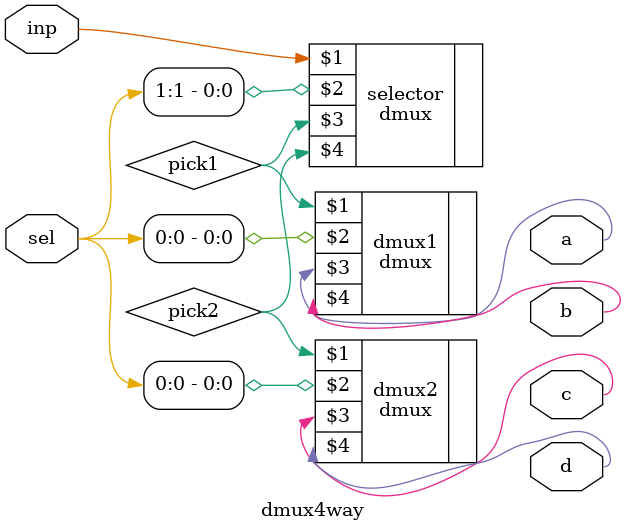
<source format=v>
`include "dmux.v"
module dmux4way (
    input inp,
    input [1:0] sel,
    output a, b, c, d
);

wire pick1, pick2;

dmux selector(inp, sel[1], pick1, pick2);
dmux dmux1(pick1, sel[0], a, b);
dmux dmux2(pick2, sel[0], c, d);

endmodule

</source>
